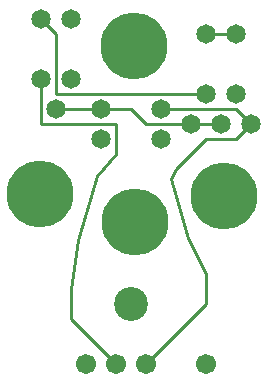
<source format=gbl>
%MOIN*%
%FSLAX25Y25*%
G04 D10 used for Character Trace; *
G04     Circle (OD=.01000) (No hole)*
G04 D11 used for Power Trace; *
G04     Circle (OD=.06700) (No hole)*
G04 D12 used for Signal Trace; *
G04     Circle (OD=.01100) (No hole)*
G04 D13 used for Via; *
G04     Circle (OD=.05800) (Round. Hole ID=.02800)*
G04 D14 used for Component hole; *
G04     Circle (OD=.06500) (Round. Hole ID=.03500)*
G04 D15 used for Component hole; *
G04     Circle (OD=.06700) (Round. Hole ID=.04300)*
G04 D16 used for Component hole; *
G04     Circle (OD=.08100) (Round. Hole ID=.05100)*
G04 D17 used for Component hole; *
G04     Circle (OD=.08900) (Round. Hole ID=.05900)*
G04 D18 used for Component hole; *
G04     Circle (OD=.11300) (Round. Hole ID=.08300)*
G04 D19 used for Component hole; *
G04     Circle (OD=.16000) (Round. Hole ID=.13000)*
G04 D20 used for Component hole; *
G04     Circle (OD=.18300) (Round. Hole ID=.15300)*
G04 D21 used for Component hole; *
G04     Circle (OD=.22291) (Round. Hole ID=.19291)*
%ADD10C,.01000*%
%ADD11C,.06700*%
%ADD12C,.01100*%
%ADD13C,.05800*%
%ADD14C,.06500*%
%ADD15C,.06700*%
%ADD16C,.08100*%
%ADD17C,.08900*%
%ADD18C,.11300*%
%ADD19C,.16000*%
%ADD20C,.18300*%
%ADD21C,.22291*%
%IPPOS*%
%LPD*%
G90*X0Y0D02*D15*X30000Y20000D03*D12*X40000D02*    
X25000Y35000D01*D15*X40000Y20000D03*X50000D03*D12*
X70000Y40000D01*Y50000D01*D21*X46400Y67400D03*    
X75900Y75900D03*D18*X45000Y40000D03*D15*          
X70000Y20000D03*D12*X60000Y85000D02*              
X70000Y95000D01*X80000D01*X85000Y100000D01*D14*   
D03*D12*X80000Y105000D01*X55000D01*D14*D03*D12*   
X50000Y100000D02*X65000D01*D14*D03*D12*X75000D01* 
D14*D03*X80000Y110000D03*X70000D03*D12*X20000D01* 
Y130000D01*X15000Y135000D01*D14*D03*X25000D03*    
X15000Y115000D03*D12*Y100000D01*X40000D01*        
Y90000D01*D14*X35000Y95000D03*D12*                
X50000Y100000D02*X45000Y105000D01*X35000D01*D14*  
D03*D12*X20000D01*D14*D03*X25000Y115000D03*D21*   
X46000Y126100D03*X14600Y76500D03*D14*             
X55000Y95000D03*X70000Y130000D03*D12*X80000D01*   
D14*D03*D12*X25000Y35000D02*Y45000D01*D10*        
X27466Y61350D02*X33533Y82550D01*X25000Y45000D02*  
X27466Y61350D01*X40000Y90000D02*X33533Y82550D01*  
X58316Y81483D02*X63983Y61816D01*X60000Y85000D02*  
X58316Y81483D01*X70000Y50000D02*X63983Y61816D01*  
M02*                                              

</source>
